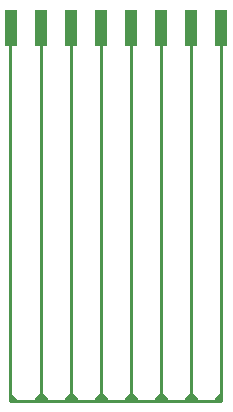
<source format=gbr>
%TF.GenerationSoftware,KiCad,Pcbnew,(6.0.7)*%
%TF.CreationDate,2022-09-20T11:28:39-04:00*%
%TF.ProjectId,double_layer_grid,646f7562-6c65-45f6-9c61-7965725f6772,rev?*%
%TF.SameCoordinates,Original*%
%TF.FileFunction,Copper,L1,Top*%
%TF.FilePolarity,Positive*%
%FSLAX46Y46*%
G04 Gerber Fmt 4.6, Leading zero omitted, Abs format (unit mm)*
G04 Created by KiCad (PCBNEW (6.0.7)) date 2022-09-20 11:28:39*
%MOMM*%
%LPD*%
G01*
G04 APERTURE LIST*
%TA.AperFunction,SMDPad,CuDef*%
%ADD10R,1.000000X3.150000*%
%TD*%
%TA.AperFunction,Conductor*%
%ADD11C,0.250000*%
%TD*%
G04 APERTURE END LIST*
D10*
%TO.P,REF\u002A\u002A,1*%
%TO.N,N/C*%
X129540000Y-75169000D03*
%TO.P,REF\u002A\u002A,3*%
X132080000Y-75169000D03*
%TO.P,REF\u002A\u002A,5*%
X134620000Y-75169000D03*
%TO.P,REF\u002A\u002A,7*%
X137160000Y-75169000D03*
%TO.P,REF\u002A\u002A,9*%
X139700000Y-75169000D03*
%TO.P,REF\u002A\u002A,11*%
X142240000Y-75169000D03*
%TO.P,REF\u002A\u002A,13*%
X144780000Y-75169000D03*
%TO.P,REF\u002A\u002A,15*%
X147320000Y-75169000D03*
%TD*%
D11*
%TO.N,*%
X145034000Y-106680000D02*
X145288000Y-106680000D01*
X129416462Y-106213180D02*
X129416462Y-75834569D01*
X129670462Y-106721180D02*
X129924462Y-106721180D01*
X139192000Y-106680000D02*
X139446000Y-106680000D01*
X132334000Y-106426000D02*
X132080000Y-106426000D01*
X137160000Y-106172000D02*
X137668000Y-106680000D01*
X132080000Y-106172000D02*
X132588000Y-106680000D01*
X145034000Y-106680000D02*
X144780000Y-106426000D01*
X135128000Y-106680000D02*
X134874000Y-106426000D01*
X132080000Y-106680000D02*
X132334000Y-106680000D01*
X131572000Y-106680000D02*
X132080000Y-106680000D01*
X141732000Y-106680000D02*
X142240000Y-106172000D01*
X142494000Y-106680000D02*
X142240000Y-106426000D01*
X139446000Y-106680000D02*
X139700000Y-106426000D01*
X147320000Y-106680000D02*
X147320000Y-106426000D01*
X134620000Y-106426000D02*
X134620000Y-106172000D01*
X129416462Y-106721180D02*
X129416462Y-106467180D01*
X144780000Y-106426000D02*
X144780000Y-106172000D01*
X139954000Y-106426000D02*
X139700000Y-106426000D01*
X134874000Y-106680000D02*
X135128000Y-106680000D01*
X139700000Y-106172000D02*
X139700000Y-75793389D01*
X134112000Y-106680000D02*
X134620000Y-106172000D01*
X137414000Y-106680000D02*
X137160000Y-106426000D01*
X139192000Y-106680000D02*
X139700000Y-106172000D01*
X141732000Y-106680000D02*
X142240000Y-106680000D01*
X137160000Y-106680000D02*
X137414000Y-106680000D01*
X134112000Y-106680000D02*
X134366000Y-106680000D01*
X137160000Y-106426000D02*
X137160000Y-106172000D01*
X144272000Y-106680000D02*
X144780000Y-106172000D01*
X142240000Y-106172000D02*
X142748000Y-106680000D01*
X144526000Y-106680000D02*
X144780000Y-106426000D01*
X142240000Y-106172000D02*
X142240000Y-75793389D01*
X147278820Y-106721180D02*
X147320000Y-106680000D01*
X134366000Y-106680000D02*
X134620000Y-106426000D01*
X132334000Y-106680000D02*
X132588000Y-106680000D01*
X131572000Y-106680000D02*
X131826000Y-106680000D01*
X137160000Y-106172000D02*
X137160000Y-75793389D01*
X132080000Y-106680000D02*
X132080000Y-106426000D01*
X129670462Y-106721180D02*
X129416462Y-106467180D01*
X144780000Y-106172000D02*
X144780000Y-75793389D01*
X134112000Y-106680000D02*
X134620000Y-106680000D01*
X137668000Y-106680000D02*
X137414000Y-106426000D01*
X145288000Y-106680000D02*
X145034000Y-106426000D01*
X145034000Y-106426000D02*
X144780000Y-106426000D01*
X129416462Y-106467180D02*
X129416462Y-106213180D01*
X129670462Y-106467180D02*
X129416462Y-106467180D01*
X129416462Y-106721180D02*
X129670462Y-106721180D01*
X139700000Y-106680000D02*
X139954000Y-106680000D01*
X144780000Y-106172000D02*
X145288000Y-106680000D01*
X147066000Y-106680000D02*
X147320000Y-106426000D01*
X134620000Y-106172000D02*
X135128000Y-106680000D01*
X142240000Y-106680000D02*
X142494000Y-106680000D01*
X136906000Y-106680000D02*
X137160000Y-106426000D01*
X142240000Y-106426000D02*
X142240000Y-106172000D01*
X132080000Y-106426000D02*
X132080000Y-106172000D01*
X136652000Y-106680000D02*
X136906000Y-106680000D01*
X142240000Y-106680000D02*
X142240000Y-106426000D01*
X139700000Y-106172000D02*
X140208000Y-106680000D01*
X146812000Y-106680000D02*
X147320000Y-106172000D01*
X139954000Y-106680000D02*
X140208000Y-106680000D01*
X142494000Y-106680000D02*
X142748000Y-106680000D01*
X144272000Y-106680000D02*
X144526000Y-106680000D01*
X141732000Y-106680000D02*
X141986000Y-106680000D01*
X134620000Y-106680000D02*
X134874000Y-106680000D01*
X134620000Y-106680000D02*
X134620000Y-106426000D01*
X139192000Y-106680000D02*
X139700000Y-106680000D01*
X140208000Y-106680000D02*
X139954000Y-106426000D01*
X137160000Y-106680000D02*
X137160000Y-106426000D01*
X137414000Y-106426000D02*
X137160000Y-106426000D01*
X132334000Y-106680000D02*
X132080000Y-106426000D01*
X144272000Y-106680000D02*
X144780000Y-106680000D01*
X134620000Y-106172000D02*
X134620000Y-75793389D01*
X129924462Y-106721180D02*
X129670462Y-106467180D01*
X136652000Y-106680000D02*
X137160000Y-106172000D01*
X142494000Y-106426000D02*
X142240000Y-106426000D01*
X139700000Y-106680000D02*
X139700000Y-106426000D01*
X142748000Y-106680000D02*
X142494000Y-106426000D01*
X141986000Y-106680000D02*
X142240000Y-106426000D01*
X147320000Y-106426000D02*
X147320000Y-106172000D01*
X146812000Y-106680000D02*
X147320000Y-106680000D01*
X132588000Y-106680000D02*
X132334000Y-106426000D01*
X129416462Y-106721180D02*
X147278820Y-106721180D01*
X137414000Y-106680000D02*
X137668000Y-106680000D01*
X136652000Y-106680000D02*
X137160000Y-106680000D01*
X131572000Y-106680000D02*
X132080000Y-106172000D01*
X129416462Y-106213180D02*
X129924462Y-106721180D01*
X144780000Y-106680000D02*
X145034000Y-106680000D01*
X144780000Y-106680000D02*
X144780000Y-106426000D01*
X134874000Y-106426000D02*
X134620000Y-106426000D01*
X139954000Y-106680000D02*
X139700000Y-106426000D01*
X147320000Y-106172000D02*
X147320000Y-75793389D01*
X139700000Y-106426000D02*
X139700000Y-106172000D01*
X146812000Y-106680000D02*
X147066000Y-106680000D01*
X132080000Y-106172000D02*
X132080000Y-75793389D01*
X134874000Y-106680000D02*
X134620000Y-106426000D01*
X131826000Y-106680000D02*
X132080000Y-106426000D01*
%TD*%
M02*

</source>
